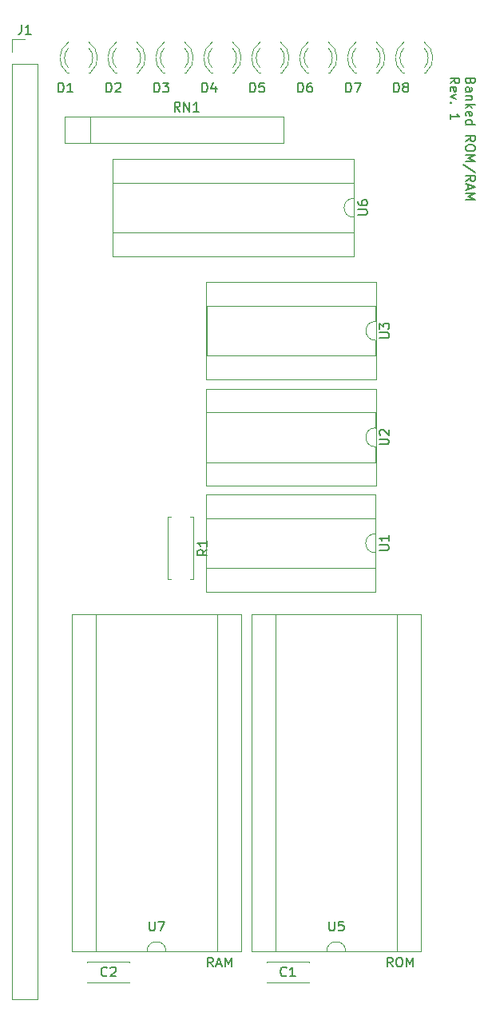
<source format=gbr>
%TF.GenerationSoftware,KiCad,Pcbnew,5.1.6-c6e7f7d~87~ubuntu18.04.1*%
%TF.CreationDate,2020-10-23T19:42:14+01:00*%
%TF.ProjectId,Banked_ROM,42616e6b-6564-45f5-924f-4d2e6b696361,rev?*%
%TF.SameCoordinates,Original*%
%TF.FileFunction,Legend,Top*%
%TF.FilePolarity,Positive*%
%FSLAX46Y46*%
G04 Gerber Fmt 4.6, Leading zero omitted, Abs format (unit mm)*
G04 Created by KiCad (PCBNEW 5.1.6-c6e7f7d~87~ubuntu18.04.1) date 2020-10-23 19:42:14*
%MOMM*%
%LPD*%
G01*
G04 APERTURE LIST*
%ADD10C,0.150000*%
%ADD11C,0.120000*%
G04 APERTURE END LIST*
D10*
X135527023Y-142692380D02*
X135193690Y-142216190D01*
X134955595Y-142692380D02*
X134955595Y-141692380D01*
X135336547Y-141692380D01*
X135431785Y-141740000D01*
X135479404Y-141787619D01*
X135527023Y-141882857D01*
X135527023Y-142025714D01*
X135479404Y-142120952D01*
X135431785Y-142168571D01*
X135336547Y-142216190D01*
X134955595Y-142216190D01*
X136146071Y-141692380D02*
X136336547Y-141692380D01*
X136431785Y-141740000D01*
X136527023Y-141835238D01*
X136574642Y-142025714D01*
X136574642Y-142359047D01*
X136527023Y-142549523D01*
X136431785Y-142644761D01*
X136336547Y-142692380D01*
X136146071Y-142692380D01*
X136050833Y-142644761D01*
X135955595Y-142549523D01*
X135907976Y-142359047D01*
X135907976Y-142025714D01*
X135955595Y-141835238D01*
X136050833Y-141740000D01*
X136146071Y-141692380D01*
X137003214Y-142692380D02*
X137003214Y-141692380D01*
X137336547Y-142406666D01*
X137669880Y-141692380D01*
X137669880Y-142692380D01*
X116477023Y-142692380D02*
X116143690Y-142216190D01*
X115905595Y-142692380D02*
X115905595Y-141692380D01*
X116286547Y-141692380D01*
X116381785Y-141740000D01*
X116429404Y-141787619D01*
X116477023Y-141882857D01*
X116477023Y-142025714D01*
X116429404Y-142120952D01*
X116381785Y-142168571D01*
X116286547Y-142216190D01*
X115905595Y-142216190D01*
X116857976Y-142406666D02*
X117334166Y-142406666D01*
X116762738Y-142692380D02*
X117096071Y-141692380D01*
X117429404Y-142692380D01*
X117762738Y-142692380D02*
X117762738Y-141692380D01*
X118096071Y-142406666D01*
X118429404Y-141692380D01*
X118429404Y-142692380D01*
X143786668Y-48817168D02*
X143739049Y-48960025D01*
X143691430Y-49007644D01*
X143596192Y-49055263D01*
X143453335Y-49055263D01*
X143358097Y-49007644D01*
X143310478Y-48960025D01*
X143262859Y-48864787D01*
X143262859Y-48483835D01*
X144262859Y-48483835D01*
X144262859Y-48817168D01*
X144215240Y-48912406D01*
X144167620Y-48960025D01*
X144072382Y-49007644D01*
X143977144Y-49007644D01*
X143881906Y-48960025D01*
X143834287Y-48912406D01*
X143786668Y-48817168D01*
X143786668Y-48483835D01*
X143262859Y-49912406D02*
X143786668Y-49912406D01*
X143881906Y-49864787D01*
X143929525Y-49769549D01*
X143929525Y-49579073D01*
X143881906Y-49483835D01*
X143310478Y-49912406D02*
X143262859Y-49817168D01*
X143262859Y-49579073D01*
X143310478Y-49483835D01*
X143405716Y-49436216D01*
X143500954Y-49436216D01*
X143596192Y-49483835D01*
X143643811Y-49579073D01*
X143643811Y-49817168D01*
X143691430Y-49912406D01*
X143929525Y-50388597D02*
X143262859Y-50388597D01*
X143834287Y-50388597D02*
X143881906Y-50436216D01*
X143929525Y-50531454D01*
X143929525Y-50674311D01*
X143881906Y-50769549D01*
X143786668Y-50817168D01*
X143262859Y-50817168D01*
X143262859Y-51293359D02*
X144262859Y-51293359D01*
X143643811Y-51388597D02*
X143262859Y-51674311D01*
X143929525Y-51674311D02*
X143548573Y-51293359D01*
X143310478Y-52483835D02*
X143262859Y-52388597D01*
X143262859Y-52198120D01*
X143310478Y-52102882D01*
X143405716Y-52055263D01*
X143786668Y-52055263D01*
X143881906Y-52102882D01*
X143929525Y-52198120D01*
X143929525Y-52388597D01*
X143881906Y-52483835D01*
X143786668Y-52531454D01*
X143691430Y-52531454D01*
X143596192Y-52055263D01*
X143262859Y-53388597D02*
X144262859Y-53388597D01*
X143310478Y-53388597D02*
X143262859Y-53293359D01*
X143262859Y-53102882D01*
X143310478Y-53007644D01*
X143358097Y-52960025D01*
X143453335Y-52912406D01*
X143739049Y-52912406D01*
X143834287Y-52960025D01*
X143881906Y-53007644D01*
X143929525Y-53102882D01*
X143929525Y-53293359D01*
X143881906Y-53388597D01*
X143262859Y-55198120D02*
X143739049Y-54864787D01*
X143262859Y-54626692D02*
X144262859Y-54626692D01*
X144262859Y-55007644D01*
X144215240Y-55102882D01*
X144167620Y-55150501D01*
X144072382Y-55198120D01*
X143929525Y-55198120D01*
X143834287Y-55150501D01*
X143786668Y-55102882D01*
X143739049Y-55007644D01*
X143739049Y-54626692D01*
X144262859Y-55817168D02*
X144262859Y-56007644D01*
X144215240Y-56102882D01*
X144120001Y-56198120D01*
X143929525Y-56245740D01*
X143596192Y-56245740D01*
X143405716Y-56198120D01*
X143310478Y-56102882D01*
X143262859Y-56007644D01*
X143262859Y-55817168D01*
X143310478Y-55721930D01*
X143405716Y-55626692D01*
X143596192Y-55579073D01*
X143929525Y-55579073D01*
X144120001Y-55626692D01*
X144215240Y-55721930D01*
X144262859Y-55817168D01*
X143262859Y-56674311D02*
X144262859Y-56674311D01*
X143548573Y-57007644D01*
X144262859Y-57340978D01*
X143262859Y-57340978D01*
X144310478Y-58531454D02*
X143024763Y-57674311D01*
X143262859Y-59436216D02*
X143739049Y-59102882D01*
X143262859Y-58864787D02*
X144262859Y-58864787D01*
X144262859Y-59245740D01*
X144215240Y-59340978D01*
X144167620Y-59388597D01*
X144072382Y-59436216D01*
X143929525Y-59436216D01*
X143834287Y-59388597D01*
X143786668Y-59340978D01*
X143739049Y-59245740D01*
X143739049Y-58864787D01*
X143548573Y-59817168D02*
X143548573Y-60293359D01*
X143262859Y-59721930D02*
X144262859Y-60055263D01*
X143262859Y-60388597D01*
X143262859Y-60721930D02*
X144262859Y-60721930D01*
X143548573Y-61055263D01*
X144262859Y-61388597D01*
X143262859Y-61388597D01*
X141612859Y-49055263D02*
X142089049Y-48721930D01*
X141612859Y-48483835D02*
X142612859Y-48483835D01*
X142612859Y-48864787D01*
X142565240Y-48960025D01*
X142517620Y-49007644D01*
X142422382Y-49055263D01*
X142279525Y-49055263D01*
X142184287Y-49007644D01*
X142136668Y-48960025D01*
X142089049Y-48864787D01*
X142089049Y-48483835D01*
X141660478Y-49864787D02*
X141612859Y-49769549D01*
X141612859Y-49579073D01*
X141660478Y-49483835D01*
X141755716Y-49436216D01*
X142136668Y-49436216D01*
X142231906Y-49483835D01*
X142279525Y-49579073D01*
X142279525Y-49769549D01*
X142231906Y-49864787D01*
X142136668Y-49912406D01*
X142041430Y-49912406D01*
X141946192Y-49436216D01*
X142279525Y-50245740D02*
X141612859Y-50483835D01*
X142279525Y-50721930D01*
X141708097Y-51102882D02*
X141660478Y-51150501D01*
X141612859Y-51102882D01*
X141660478Y-51055263D01*
X141708097Y-51102882D01*
X141612859Y-51102882D01*
X141612859Y-52864787D02*
X141612859Y-52293359D01*
X141612859Y-52579073D02*
X142612859Y-52579073D01*
X142470001Y-52483835D01*
X142374763Y-52388597D01*
X142327144Y-52293359D01*
D11*
%TO.C,U6*%
X131438000Y-67370000D02*
X131438000Y-57090000D01*
X105798000Y-67370000D02*
X131438000Y-67370000D01*
X105798000Y-57090000D02*
X105798000Y-67370000D01*
X131438000Y-57090000D02*
X105798000Y-57090000D01*
X131378000Y-64880000D02*
X131378000Y-63230000D01*
X105858000Y-64880000D02*
X131378000Y-64880000D01*
X105858000Y-59580000D02*
X105858000Y-64880000D01*
X131378000Y-59580000D02*
X105858000Y-59580000D01*
X131378000Y-61230000D02*
X131378000Y-59580000D01*
X131378000Y-63230000D02*
G75*
G02*
X131378000Y-61230000I0J1000000D01*
G01*
%TO.C,U7*%
X101540000Y-141090000D02*
X119440000Y-141090000D01*
X101540000Y-105290000D02*
X101540000Y-141090000D01*
X119440000Y-105290000D02*
X101540000Y-105290000D01*
X119440000Y-141090000D02*
X119440000Y-105290000D01*
X104030000Y-141030000D02*
X109490000Y-141030000D01*
X104030000Y-105350000D02*
X104030000Y-141030000D01*
X116950000Y-105350000D02*
X104030000Y-105350000D01*
X116950000Y-141030000D02*
X116950000Y-105350000D01*
X111490000Y-141030000D02*
X116950000Y-141030000D01*
X109490000Y-141030000D02*
G75*
G02*
X111490000Y-141030000I1000000J0D01*
G01*
%TO.C,U5*%
X120590000Y-141090000D02*
X138490000Y-141090000D01*
X120590000Y-105290000D02*
X120590000Y-141090000D01*
X138490000Y-105290000D02*
X120590000Y-105290000D01*
X138490000Y-141090000D02*
X138490000Y-105290000D01*
X123080000Y-141030000D02*
X128540000Y-141030000D01*
X123080000Y-105350000D02*
X123080000Y-141030000D01*
X136000000Y-105350000D02*
X123080000Y-105350000D01*
X136000000Y-141030000D02*
X136000000Y-105350000D01*
X130540000Y-141030000D02*
X136000000Y-141030000D01*
X128540000Y-141030000D02*
G75*
G02*
X130540000Y-141030000I1000000J0D01*
G01*
%TO.C,U3*%
X133754480Y-80420520D02*
X133754480Y-70140520D01*
X115734480Y-80420520D02*
X133754480Y-80420520D01*
X115734480Y-70140520D02*
X115734480Y-80420520D01*
X133754480Y-70140520D02*
X115734480Y-70140520D01*
X133694480Y-77930520D02*
X133694480Y-76280520D01*
X115794480Y-77930520D02*
X133694480Y-77930520D01*
X115794480Y-72630520D02*
X115794480Y-77930520D01*
X133694480Y-72630520D02*
X115794480Y-72630520D01*
X133694480Y-74280520D02*
X133694480Y-72630520D01*
X133694480Y-76280520D02*
G75*
G02*
X133694480Y-74280520I0J1000000D01*
G01*
%TO.C,U2*%
X133736700Y-91705740D02*
X133736700Y-81425740D01*
X115716700Y-91705740D02*
X133736700Y-91705740D01*
X115716700Y-81425740D02*
X115716700Y-91705740D01*
X133736700Y-81425740D02*
X115716700Y-81425740D01*
X133676700Y-89215740D02*
X133676700Y-87565740D01*
X115776700Y-89215740D02*
X133676700Y-89215740D01*
X115776700Y-83915740D02*
X115776700Y-89215740D01*
X133676700Y-83915740D02*
X115776700Y-83915740D01*
X133676700Y-85565740D02*
X133676700Y-83915740D01*
X133676700Y-87565740D02*
G75*
G02*
X133676700Y-85565740I0J1000000D01*
G01*
%TO.C,U1*%
X133724000Y-102930000D02*
X133724000Y-92650000D01*
X115704000Y-102930000D02*
X133724000Y-102930000D01*
X115704000Y-92650000D02*
X115704000Y-102930000D01*
X133724000Y-92650000D02*
X115704000Y-92650000D01*
X133664000Y-100440000D02*
X133664000Y-98790000D01*
X115764000Y-100440000D02*
X133664000Y-100440000D01*
X115764000Y-95140000D02*
X115764000Y-100440000D01*
X133664000Y-95140000D02*
X115764000Y-95140000D01*
X133664000Y-96790000D02*
X133664000Y-95140000D01*
X133664000Y-98790000D02*
G75*
G02*
X133664000Y-96790000I0J1000000D01*
G01*
%TO.C,RN1*%
X103505000Y-52575000D02*
X103505000Y-55375000D01*
X123995000Y-52575000D02*
X100795000Y-52575000D01*
X123995000Y-55375000D02*
X123995000Y-52575000D01*
X100795000Y-55375000D02*
X123995000Y-55375000D01*
X100795000Y-52575000D02*
X100795000Y-55375000D01*
%TO.C,R1*%
X111660000Y-101568000D02*
X111990000Y-101568000D01*
X111660000Y-95028000D02*
X111660000Y-101568000D01*
X111990000Y-95028000D02*
X111660000Y-95028000D01*
X114400000Y-101568000D02*
X114070000Y-101568000D01*
X114400000Y-95028000D02*
X114400000Y-101568000D01*
X114070000Y-95028000D02*
X114400000Y-95028000D01*
%TO.C,J1*%
X95190000Y-44390000D02*
X96520000Y-44390000D01*
X95190000Y-45720000D02*
X95190000Y-44390000D01*
X95190000Y-46990000D02*
X97850000Y-46990000D01*
X97850000Y-46990000D02*
X97850000Y-146110000D01*
X95190000Y-46990000D02*
X95190000Y-146110000D01*
X95190000Y-146110000D02*
X97850000Y-146110000D01*
%TO.C,D8*%
X138875000Y-47915000D02*
X139031000Y-47915000D01*
X136559000Y-47915000D02*
X136715000Y-47915000D01*
X138874837Y-45313870D02*
G75*
G02*
X138875000Y-47395961I-1079837J-1041130D01*
G01*
X136715163Y-45313870D02*
G75*
G03*
X136715000Y-47395961I1079837J-1041130D01*
G01*
X138873608Y-44682665D02*
G75*
G02*
X139030516Y-47915000I-1078608J-1672335D01*
G01*
X136716392Y-44682665D02*
G75*
G03*
X136559484Y-47915000I1078608J-1672335D01*
G01*
%TO.C,D7*%
X133795000Y-47915000D02*
X133951000Y-47915000D01*
X131479000Y-47915000D02*
X131635000Y-47915000D01*
X133794837Y-45313870D02*
G75*
G02*
X133795000Y-47395961I-1079837J-1041130D01*
G01*
X131635163Y-45313870D02*
G75*
G03*
X131635000Y-47395961I1079837J-1041130D01*
G01*
X133793608Y-44682665D02*
G75*
G02*
X133950516Y-47915000I-1078608J-1672335D01*
G01*
X131636392Y-44682665D02*
G75*
G03*
X131479484Y-47915000I1078608J-1672335D01*
G01*
%TO.C,D6*%
X128715000Y-47915000D02*
X128871000Y-47915000D01*
X126399000Y-47915000D02*
X126555000Y-47915000D01*
X128714837Y-45313870D02*
G75*
G02*
X128715000Y-47395961I-1079837J-1041130D01*
G01*
X126555163Y-45313870D02*
G75*
G03*
X126555000Y-47395961I1079837J-1041130D01*
G01*
X128713608Y-44682665D02*
G75*
G02*
X128870516Y-47915000I-1078608J-1672335D01*
G01*
X126556392Y-44682665D02*
G75*
G03*
X126399484Y-47915000I1078608J-1672335D01*
G01*
%TO.C,D5*%
X123635000Y-47915000D02*
X123791000Y-47915000D01*
X121319000Y-47915000D02*
X121475000Y-47915000D01*
X123634837Y-45313870D02*
G75*
G02*
X123635000Y-47395961I-1079837J-1041130D01*
G01*
X121475163Y-45313870D02*
G75*
G03*
X121475000Y-47395961I1079837J-1041130D01*
G01*
X123633608Y-44682665D02*
G75*
G02*
X123790516Y-47915000I-1078608J-1672335D01*
G01*
X121476392Y-44682665D02*
G75*
G03*
X121319484Y-47915000I1078608J-1672335D01*
G01*
%TO.C,D4*%
X118555000Y-47915000D02*
X118711000Y-47915000D01*
X116239000Y-47915000D02*
X116395000Y-47915000D01*
X118554837Y-45313870D02*
G75*
G02*
X118555000Y-47395961I-1079837J-1041130D01*
G01*
X116395163Y-45313870D02*
G75*
G03*
X116395000Y-47395961I1079837J-1041130D01*
G01*
X118553608Y-44682665D02*
G75*
G02*
X118710516Y-47915000I-1078608J-1672335D01*
G01*
X116396392Y-44682665D02*
G75*
G03*
X116239484Y-47915000I1078608J-1672335D01*
G01*
%TO.C,D3*%
X113475000Y-47915000D02*
X113631000Y-47915000D01*
X111159000Y-47915000D02*
X111315000Y-47915000D01*
X113474837Y-45313870D02*
G75*
G02*
X113475000Y-47395961I-1079837J-1041130D01*
G01*
X111315163Y-45313870D02*
G75*
G03*
X111315000Y-47395961I1079837J-1041130D01*
G01*
X113473608Y-44682665D02*
G75*
G02*
X113630516Y-47915000I-1078608J-1672335D01*
G01*
X111316392Y-44682665D02*
G75*
G03*
X111159484Y-47915000I1078608J-1672335D01*
G01*
%TO.C,D2*%
X108395000Y-47915000D02*
X108551000Y-47915000D01*
X106079000Y-47915000D02*
X106235000Y-47915000D01*
X108394837Y-45313870D02*
G75*
G02*
X108395000Y-47395961I-1079837J-1041130D01*
G01*
X106235163Y-45313870D02*
G75*
G03*
X106235000Y-47395961I1079837J-1041130D01*
G01*
X108393608Y-44682665D02*
G75*
G02*
X108550516Y-47915000I-1078608J-1672335D01*
G01*
X106236392Y-44682665D02*
G75*
G03*
X106079484Y-47915000I1078608J-1672335D01*
G01*
%TO.C,D1*%
X103315000Y-47915000D02*
X103471000Y-47915000D01*
X100999000Y-47915000D02*
X101155000Y-47915000D01*
X103314837Y-45313870D02*
G75*
G02*
X103315000Y-47395961I-1079837J-1041130D01*
G01*
X101155163Y-45313870D02*
G75*
G03*
X101155000Y-47395961I1079837J-1041130D01*
G01*
X103313608Y-44682665D02*
G75*
G02*
X103470516Y-47915000I-1078608J-1672335D01*
G01*
X101156392Y-44682665D02*
G75*
G03*
X100999484Y-47915000I1078608J-1672335D01*
G01*
%TO.C,C2*%
X107640000Y-144311000D02*
X107640000Y-144326000D01*
X107640000Y-142186000D02*
X107640000Y-142201000D01*
X103100000Y-144311000D02*
X103100000Y-144326000D01*
X103100000Y-142186000D02*
X103100000Y-142201000D01*
X103100000Y-144326000D02*
X107640000Y-144326000D01*
X103100000Y-142186000D02*
X107640000Y-142186000D01*
%TO.C,C1*%
X126690000Y-144311000D02*
X126690000Y-144326000D01*
X126690000Y-142186000D02*
X126690000Y-142201000D01*
X122150000Y-144311000D02*
X122150000Y-144326000D01*
X122150000Y-142186000D02*
X122150000Y-142201000D01*
X122150000Y-144326000D02*
X126690000Y-144326000D01*
X122150000Y-142186000D02*
X126690000Y-142186000D01*
%TO.C,U6*%
D10*
X131830380Y-62991904D02*
X132639904Y-62991904D01*
X132735142Y-62944285D01*
X132782761Y-62896666D01*
X132830380Y-62801428D01*
X132830380Y-62610952D01*
X132782761Y-62515714D01*
X132735142Y-62468095D01*
X132639904Y-62420476D01*
X131830380Y-62420476D01*
X131830380Y-61515714D02*
X131830380Y-61706190D01*
X131878000Y-61801428D01*
X131925619Y-61849047D01*
X132068476Y-61944285D01*
X132258952Y-61991904D01*
X132639904Y-61991904D01*
X132735142Y-61944285D01*
X132782761Y-61896666D01*
X132830380Y-61801428D01*
X132830380Y-61610952D01*
X132782761Y-61515714D01*
X132735142Y-61468095D01*
X132639904Y-61420476D01*
X132401809Y-61420476D01*
X132306571Y-61468095D01*
X132258952Y-61515714D01*
X132211333Y-61610952D01*
X132211333Y-61801428D01*
X132258952Y-61896666D01*
X132306571Y-61944285D01*
X132401809Y-61991904D01*
%TO.C,U7*%
X109728095Y-137882380D02*
X109728095Y-138691904D01*
X109775714Y-138787142D01*
X109823333Y-138834761D01*
X109918571Y-138882380D01*
X110109047Y-138882380D01*
X110204285Y-138834761D01*
X110251904Y-138787142D01*
X110299523Y-138691904D01*
X110299523Y-137882380D01*
X110680476Y-137882380D02*
X111347142Y-137882380D01*
X110918571Y-138882380D01*
%TO.C,U5*%
X128778095Y-137882380D02*
X128778095Y-138691904D01*
X128825714Y-138787142D01*
X128873333Y-138834761D01*
X128968571Y-138882380D01*
X129159047Y-138882380D01*
X129254285Y-138834761D01*
X129301904Y-138787142D01*
X129349523Y-138691904D01*
X129349523Y-137882380D01*
X130301904Y-137882380D02*
X129825714Y-137882380D01*
X129778095Y-138358571D01*
X129825714Y-138310952D01*
X129920952Y-138263333D01*
X130159047Y-138263333D01*
X130254285Y-138310952D01*
X130301904Y-138358571D01*
X130349523Y-138453809D01*
X130349523Y-138691904D01*
X130301904Y-138787142D01*
X130254285Y-138834761D01*
X130159047Y-138882380D01*
X129920952Y-138882380D01*
X129825714Y-138834761D01*
X129778095Y-138787142D01*
%TO.C,U3*%
X134146860Y-76042424D02*
X134956384Y-76042424D01*
X135051622Y-75994805D01*
X135099241Y-75947186D01*
X135146860Y-75851948D01*
X135146860Y-75661472D01*
X135099241Y-75566234D01*
X135051622Y-75518615D01*
X134956384Y-75470996D01*
X134146860Y-75470996D01*
X134146860Y-75090043D02*
X134146860Y-74470996D01*
X134527813Y-74804329D01*
X134527813Y-74661472D01*
X134575432Y-74566234D01*
X134623051Y-74518615D01*
X134718289Y-74470996D01*
X134956384Y-74470996D01*
X135051622Y-74518615D01*
X135099241Y-74566234D01*
X135146860Y-74661472D01*
X135146860Y-74947186D01*
X135099241Y-75042424D01*
X135051622Y-75090043D01*
%TO.C,U2*%
X134129080Y-87327644D02*
X134938604Y-87327644D01*
X135033842Y-87280025D01*
X135081461Y-87232406D01*
X135129080Y-87137168D01*
X135129080Y-86946692D01*
X135081461Y-86851454D01*
X135033842Y-86803835D01*
X134938604Y-86756216D01*
X134129080Y-86756216D01*
X134224319Y-86327644D02*
X134176700Y-86280025D01*
X134129080Y-86184787D01*
X134129080Y-85946692D01*
X134176700Y-85851454D01*
X134224319Y-85803835D01*
X134319557Y-85756216D01*
X134414795Y-85756216D01*
X134557652Y-85803835D01*
X135129080Y-86375263D01*
X135129080Y-85756216D01*
%TO.C,U1*%
X134116380Y-98551904D02*
X134925904Y-98551904D01*
X135021142Y-98504285D01*
X135068761Y-98456666D01*
X135116380Y-98361428D01*
X135116380Y-98170952D01*
X135068761Y-98075714D01*
X135021142Y-98028095D01*
X134925904Y-97980476D01*
X134116380Y-97980476D01*
X135116380Y-96980476D02*
X135116380Y-97551904D01*
X135116380Y-97266190D02*
X134116380Y-97266190D01*
X134259238Y-97361428D01*
X134354476Y-97456666D01*
X134402095Y-97551904D01*
%TO.C,RN1*%
X112974523Y-52027380D02*
X112641190Y-51551190D01*
X112403095Y-52027380D02*
X112403095Y-51027380D01*
X112784047Y-51027380D01*
X112879285Y-51075000D01*
X112926904Y-51122619D01*
X112974523Y-51217857D01*
X112974523Y-51360714D01*
X112926904Y-51455952D01*
X112879285Y-51503571D01*
X112784047Y-51551190D01*
X112403095Y-51551190D01*
X113403095Y-52027380D02*
X113403095Y-51027380D01*
X113974523Y-52027380D01*
X113974523Y-51027380D01*
X114974523Y-52027380D02*
X114403095Y-52027380D01*
X114688809Y-52027380D02*
X114688809Y-51027380D01*
X114593571Y-51170238D01*
X114498333Y-51265476D01*
X114403095Y-51313095D01*
%TO.C,R1*%
X115852380Y-98464666D02*
X115376190Y-98798000D01*
X115852380Y-99036095D02*
X114852380Y-99036095D01*
X114852380Y-98655142D01*
X114900000Y-98559904D01*
X114947619Y-98512285D01*
X115042857Y-98464666D01*
X115185714Y-98464666D01*
X115280952Y-98512285D01*
X115328571Y-98559904D01*
X115376190Y-98655142D01*
X115376190Y-99036095D01*
X115852380Y-97512285D02*
X115852380Y-98083714D01*
X115852380Y-97798000D02*
X114852380Y-97798000D01*
X114995238Y-97893238D01*
X115090476Y-97988476D01*
X115138095Y-98083714D01*
%TO.C,J1*%
X96186666Y-42842380D02*
X96186666Y-43556666D01*
X96139047Y-43699523D01*
X96043809Y-43794761D01*
X95900952Y-43842380D01*
X95805714Y-43842380D01*
X97186666Y-43842380D02*
X96615238Y-43842380D01*
X96900952Y-43842380D02*
X96900952Y-42842380D01*
X96805714Y-42985238D01*
X96710476Y-43080476D01*
X96615238Y-43128095D01*
%TO.C,D8*%
X135659904Y-49982380D02*
X135659904Y-48982380D01*
X135898000Y-48982380D01*
X136040857Y-49030000D01*
X136136095Y-49125238D01*
X136183714Y-49220476D01*
X136231333Y-49410952D01*
X136231333Y-49553809D01*
X136183714Y-49744285D01*
X136136095Y-49839523D01*
X136040857Y-49934761D01*
X135898000Y-49982380D01*
X135659904Y-49982380D01*
X136802761Y-49410952D02*
X136707523Y-49363333D01*
X136659904Y-49315714D01*
X136612285Y-49220476D01*
X136612285Y-49172857D01*
X136659904Y-49077619D01*
X136707523Y-49030000D01*
X136802761Y-48982380D01*
X136993238Y-48982380D01*
X137088476Y-49030000D01*
X137136095Y-49077619D01*
X137183714Y-49172857D01*
X137183714Y-49220476D01*
X137136095Y-49315714D01*
X137088476Y-49363333D01*
X136993238Y-49410952D01*
X136802761Y-49410952D01*
X136707523Y-49458571D01*
X136659904Y-49506190D01*
X136612285Y-49601428D01*
X136612285Y-49791904D01*
X136659904Y-49887142D01*
X136707523Y-49934761D01*
X136802761Y-49982380D01*
X136993238Y-49982380D01*
X137088476Y-49934761D01*
X137136095Y-49887142D01*
X137183714Y-49791904D01*
X137183714Y-49601428D01*
X137136095Y-49506190D01*
X137088476Y-49458571D01*
X136993238Y-49410952D01*
%TO.C,D7*%
X130579904Y-49982380D02*
X130579904Y-48982380D01*
X130818000Y-48982380D01*
X130960857Y-49030000D01*
X131056095Y-49125238D01*
X131103714Y-49220476D01*
X131151333Y-49410952D01*
X131151333Y-49553809D01*
X131103714Y-49744285D01*
X131056095Y-49839523D01*
X130960857Y-49934761D01*
X130818000Y-49982380D01*
X130579904Y-49982380D01*
X131484666Y-48982380D02*
X132151333Y-48982380D01*
X131722761Y-49982380D01*
%TO.C,D6*%
X125499904Y-49982380D02*
X125499904Y-48982380D01*
X125738000Y-48982380D01*
X125880857Y-49030000D01*
X125976095Y-49125238D01*
X126023714Y-49220476D01*
X126071333Y-49410952D01*
X126071333Y-49553809D01*
X126023714Y-49744285D01*
X125976095Y-49839523D01*
X125880857Y-49934761D01*
X125738000Y-49982380D01*
X125499904Y-49982380D01*
X126928476Y-48982380D02*
X126738000Y-48982380D01*
X126642761Y-49030000D01*
X126595142Y-49077619D01*
X126499904Y-49220476D01*
X126452285Y-49410952D01*
X126452285Y-49791904D01*
X126499904Y-49887142D01*
X126547523Y-49934761D01*
X126642761Y-49982380D01*
X126833238Y-49982380D01*
X126928476Y-49934761D01*
X126976095Y-49887142D01*
X127023714Y-49791904D01*
X127023714Y-49553809D01*
X126976095Y-49458571D01*
X126928476Y-49410952D01*
X126833238Y-49363333D01*
X126642761Y-49363333D01*
X126547523Y-49410952D01*
X126499904Y-49458571D01*
X126452285Y-49553809D01*
%TO.C,D5*%
X120419904Y-49982380D02*
X120419904Y-48982380D01*
X120658000Y-48982380D01*
X120800857Y-49030000D01*
X120896095Y-49125238D01*
X120943714Y-49220476D01*
X120991333Y-49410952D01*
X120991333Y-49553809D01*
X120943714Y-49744285D01*
X120896095Y-49839523D01*
X120800857Y-49934761D01*
X120658000Y-49982380D01*
X120419904Y-49982380D01*
X121896095Y-48982380D02*
X121419904Y-48982380D01*
X121372285Y-49458571D01*
X121419904Y-49410952D01*
X121515142Y-49363333D01*
X121753238Y-49363333D01*
X121848476Y-49410952D01*
X121896095Y-49458571D01*
X121943714Y-49553809D01*
X121943714Y-49791904D01*
X121896095Y-49887142D01*
X121848476Y-49934761D01*
X121753238Y-49982380D01*
X121515142Y-49982380D01*
X121419904Y-49934761D01*
X121372285Y-49887142D01*
%TO.C,D4*%
X115339904Y-49982380D02*
X115339904Y-48982380D01*
X115578000Y-48982380D01*
X115720857Y-49030000D01*
X115816095Y-49125238D01*
X115863714Y-49220476D01*
X115911333Y-49410952D01*
X115911333Y-49553809D01*
X115863714Y-49744285D01*
X115816095Y-49839523D01*
X115720857Y-49934761D01*
X115578000Y-49982380D01*
X115339904Y-49982380D01*
X116768476Y-49315714D02*
X116768476Y-49982380D01*
X116530380Y-48934761D02*
X116292285Y-49649047D01*
X116911333Y-49649047D01*
%TO.C,D3*%
X110259904Y-49982380D02*
X110259904Y-48982380D01*
X110498000Y-48982380D01*
X110640857Y-49030000D01*
X110736095Y-49125238D01*
X110783714Y-49220476D01*
X110831333Y-49410952D01*
X110831333Y-49553809D01*
X110783714Y-49744285D01*
X110736095Y-49839523D01*
X110640857Y-49934761D01*
X110498000Y-49982380D01*
X110259904Y-49982380D01*
X111164666Y-48982380D02*
X111783714Y-48982380D01*
X111450380Y-49363333D01*
X111593238Y-49363333D01*
X111688476Y-49410952D01*
X111736095Y-49458571D01*
X111783714Y-49553809D01*
X111783714Y-49791904D01*
X111736095Y-49887142D01*
X111688476Y-49934761D01*
X111593238Y-49982380D01*
X111307523Y-49982380D01*
X111212285Y-49934761D01*
X111164666Y-49887142D01*
%TO.C,D2*%
X105179904Y-49982380D02*
X105179904Y-48982380D01*
X105418000Y-48982380D01*
X105560857Y-49030000D01*
X105656095Y-49125238D01*
X105703714Y-49220476D01*
X105751333Y-49410952D01*
X105751333Y-49553809D01*
X105703714Y-49744285D01*
X105656095Y-49839523D01*
X105560857Y-49934761D01*
X105418000Y-49982380D01*
X105179904Y-49982380D01*
X106132285Y-49077619D02*
X106179904Y-49030000D01*
X106275142Y-48982380D01*
X106513238Y-48982380D01*
X106608476Y-49030000D01*
X106656095Y-49077619D01*
X106703714Y-49172857D01*
X106703714Y-49268095D01*
X106656095Y-49410952D01*
X106084666Y-49982380D01*
X106703714Y-49982380D01*
%TO.C,D1*%
X100099904Y-49982380D02*
X100099904Y-48982380D01*
X100338000Y-48982380D01*
X100480857Y-49030000D01*
X100576095Y-49125238D01*
X100623714Y-49220476D01*
X100671333Y-49410952D01*
X100671333Y-49553809D01*
X100623714Y-49744285D01*
X100576095Y-49839523D01*
X100480857Y-49934761D01*
X100338000Y-49982380D01*
X100099904Y-49982380D01*
X101623714Y-49982380D02*
X101052285Y-49982380D01*
X101338000Y-49982380D02*
X101338000Y-48982380D01*
X101242761Y-49125238D01*
X101147523Y-49220476D01*
X101052285Y-49268095D01*
%TO.C,C2*%
X105243333Y-143613142D02*
X105195714Y-143660761D01*
X105052857Y-143708380D01*
X104957619Y-143708380D01*
X104814761Y-143660761D01*
X104719523Y-143565523D01*
X104671904Y-143470285D01*
X104624285Y-143279809D01*
X104624285Y-143136952D01*
X104671904Y-142946476D01*
X104719523Y-142851238D01*
X104814761Y-142756000D01*
X104957619Y-142708380D01*
X105052857Y-142708380D01*
X105195714Y-142756000D01*
X105243333Y-142803619D01*
X105624285Y-142803619D02*
X105671904Y-142756000D01*
X105767142Y-142708380D01*
X106005238Y-142708380D01*
X106100476Y-142756000D01*
X106148095Y-142803619D01*
X106195714Y-142898857D01*
X106195714Y-142994095D01*
X106148095Y-143136952D01*
X105576666Y-143708380D01*
X106195714Y-143708380D01*
%TO.C,C1*%
X124253333Y-143613142D02*
X124205714Y-143660761D01*
X124062857Y-143708380D01*
X123967619Y-143708380D01*
X123824761Y-143660761D01*
X123729523Y-143565523D01*
X123681904Y-143470285D01*
X123634285Y-143279809D01*
X123634285Y-143136952D01*
X123681904Y-142946476D01*
X123729523Y-142851238D01*
X123824761Y-142756000D01*
X123967619Y-142708380D01*
X124062857Y-142708380D01*
X124205714Y-142756000D01*
X124253333Y-142803619D01*
X125205714Y-143708380D02*
X124634285Y-143708380D01*
X124920000Y-143708380D02*
X124920000Y-142708380D01*
X124824761Y-142851238D01*
X124729523Y-142946476D01*
X124634285Y-142994095D01*
%TD*%
M02*

</source>
